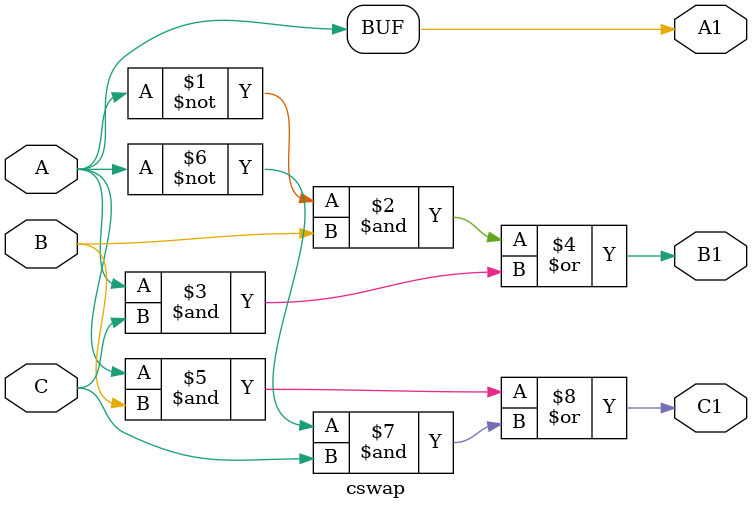
<source format=v>

module cswap(A1, B1, C1, A, B, C);
output A1, B1, C1;
input A, B, C;

assign A1 = A;
assign B1 = (~A&B) | (A&C);
assign C1 = (A&B) | (~A&C);
endmodule

</source>
